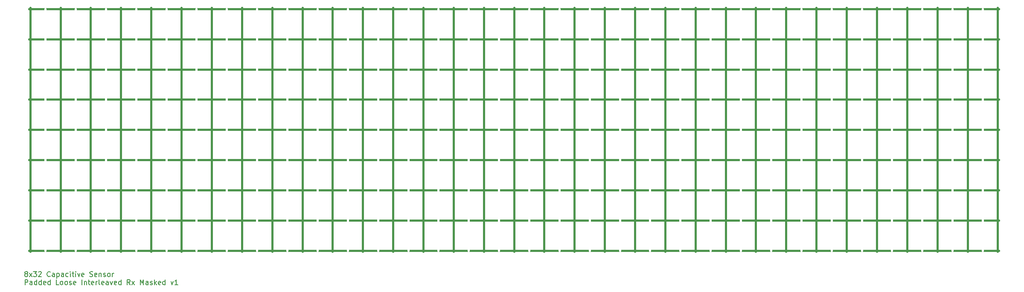
<source format=gto>
G04 #@! TF.GenerationSoftware,KiCad,Pcbnew,6.0.8+dfsg-1~bpo11+1*
G04 #@! TF.CreationDate,2023-06-19T09:59:53-04:00*
G04 #@! TF.ProjectId,08_padded_interleaved_loose,30385f70-6164-4646-9564-5f696e746572,rev?*
G04 #@! TF.SameCoordinates,Original*
G04 #@! TF.FileFunction,Legend,Top*
G04 #@! TF.FilePolarity,Positive*
%FSLAX46Y46*%
G04 Gerber Fmt 4.6, Leading zero omitted, Abs format (unit mm)*
G04 Created by KiCad (PCBNEW 6.0.8+dfsg-1~bpo11+1) date 2023-06-19 09:59:53*
%MOMM*%
%LPD*%
G01*
G04 APERTURE LIST*
%ADD10C,0.150000*%
%ADD11C,0.400000*%
G04 APERTURE END LIST*
D10*
X62253452Y-108650952D02*
X62158214Y-108603333D01*
X62110595Y-108555714D01*
X62062976Y-108460476D01*
X62062976Y-108412857D01*
X62110595Y-108317619D01*
X62158214Y-108270000D01*
X62253452Y-108222380D01*
X62443928Y-108222380D01*
X62539166Y-108270000D01*
X62586785Y-108317619D01*
X62634404Y-108412857D01*
X62634404Y-108460476D01*
X62586785Y-108555714D01*
X62539166Y-108603333D01*
X62443928Y-108650952D01*
X62253452Y-108650952D01*
X62158214Y-108698571D01*
X62110595Y-108746190D01*
X62062976Y-108841428D01*
X62062976Y-109031904D01*
X62110595Y-109127142D01*
X62158214Y-109174761D01*
X62253452Y-109222380D01*
X62443928Y-109222380D01*
X62539166Y-109174761D01*
X62586785Y-109127142D01*
X62634404Y-109031904D01*
X62634404Y-108841428D01*
X62586785Y-108746190D01*
X62539166Y-108698571D01*
X62443928Y-108650952D01*
X62967738Y-109222380D02*
X63491547Y-108555714D01*
X62967738Y-108555714D02*
X63491547Y-109222380D01*
X63777261Y-108222380D02*
X64396309Y-108222380D01*
X64062976Y-108603333D01*
X64205833Y-108603333D01*
X64301071Y-108650952D01*
X64348690Y-108698571D01*
X64396309Y-108793809D01*
X64396309Y-109031904D01*
X64348690Y-109127142D01*
X64301071Y-109174761D01*
X64205833Y-109222380D01*
X63920119Y-109222380D01*
X63824880Y-109174761D01*
X63777261Y-109127142D01*
X64777261Y-108317619D02*
X64824880Y-108270000D01*
X64920119Y-108222380D01*
X65158214Y-108222380D01*
X65253452Y-108270000D01*
X65301071Y-108317619D01*
X65348690Y-108412857D01*
X65348690Y-108508095D01*
X65301071Y-108650952D01*
X64729642Y-109222380D01*
X65348690Y-109222380D01*
X67110595Y-109127142D02*
X67062976Y-109174761D01*
X66920119Y-109222380D01*
X66824880Y-109222380D01*
X66682023Y-109174761D01*
X66586785Y-109079523D01*
X66539166Y-108984285D01*
X66491547Y-108793809D01*
X66491547Y-108650952D01*
X66539166Y-108460476D01*
X66586785Y-108365238D01*
X66682023Y-108270000D01*
X66824880Y-108222380D01*
X66920119Y-108222380D01*
X67062976Y-108270000D01*
X67110595Y-108317619D01*
X67967738Y-109222380D02*
X67967738Y-108698571D01*
X67920119Y-108603333D01*
X67824880Y-108555714D01*
X67634404Y-108555714D01*
X67539166Y-108603333D01*
X67967738Y-109174761D02*
X67872500Y-109222380D01*
X67634404Y-109222380D01*
X67539166Y-109174761D01*
X67491547Y-109079523D01*
X67491547Y-108984285D01*
X67539166Y-108889047D01*
X67634404Y-108841428D01*
X67872500Y-108841428D01*
X67967738Y-108793809D01*
X68443928Y-108555714D02*
X68443928Y-109555714D01*
X68443928Y-108603333D02*
X68539166Y-108555714D01*
X68729642Y-108555714D01*
X68824880Y-108603333D01*
X68872500Y-108650952D01*
X68920119Y-108746190D01*
X68920119Y-109031904D01*
X68872500Y-109127142D01*
X68824880Y-109174761D01*
X68729642Y-109222380D01*
X68539166Y-109222380D01*
X68443928Y-109174761D01*
X69777261Y-109222380D02*
X69777261Y-108698571D01*
X69729642Y-108603333D01*
X69634404Y-108555714D01*
X69443928Y-108555714D01*
X69348690Y-108603333D01*
X69777261Y-109174761D02*
X69682023Y-109222380D01*
X69443928Y-109222380D01*
X69348690Y-109174761D01*
X69301071Y-109079523D01*
X69301071Y-108984285D01*
X69348690Y-108889047D01*
X69443928Y-108841428D01*
X69682023Y-108841428D01*
X69777261Y-108793809D01*
X70682023Y-109174761D02*
X70586785Y-109222380D01*
X70396309Y-109222380D01*
X70301071Y-109174761D01*
X70253452Y-109127142D01*
X70205833Y-109031904D01*
X70205833Y-108746190D01*
X70253452Y-108650952D01*
X70301071Y-108603333D01*
X70396309Y-108555714D01*
X70586785Y-108555714D01*
X70682023Y-108603333D01*
X71110595Y-109222380D02*
X71110595Y-108555714D01*
X71110595Y-108222380D02*
X71062976Y-108270000D01*
X71110595Y-108317619D01*
X71158214Y-108270000D01*
X71110595Y-108222380D01*
X71110595Y-108317619D01*
X71443928Y-108555714D02*
X71824880Y-108555714D01*
X71586785Y-108222380D02*
X71586785Y-109079523D01*
X71634404Y-109174761D01*
X71729642Y-109222380D01*
X71824880Y-109222380D01*
X72158214Y-109222380D02*
X72158214Y-108555714D01*
X72158214Y-108222380D02*
X72110595Y-108270000D01*
X72158214Y-108317619D01*
X72205833Y-108270000D01*
X72158214Y-108222380D01*
X72158214Y-108317619D01*
X72539166Y-108555714D02*
X72777261Y-109222380D01*
X73015357Y-108555714D01*
X73777261Y-109174761D02*
X73682023Y-109222380D01*
X73491547Y-109222380D01*
X73396309Y-109174761D01*
X73348690Y-109079523D01*
X73348690Y-108698571D01*
X73396309Y-108603333D01*
X73491547Y-108555714D01*
X73682023Y-108555714D01*
X73777261Y-108603333D01*
X73824880Y-108698571D01*
X73824880Y-108793809D01*
X73348690Y-108889047D01*
X74967738Y-109174761D02*
X75110595Y-109222380D01*
X75348690Y-109222380D01*
X75443928Y-109174761D01*
X75491547Y-109127142D01*
X75539166Y-109031904D01*
X75539166Y-108936666D01*
X75491547Y-108841428D01*
X75443928Y-108793809D01*
X75348690Y-108746190D01*
X75158214Y-108698571D01*
X75062976Y-108650952D01*
X75015357Y-108603333D01*
X74967738Y-108508095D01*
X74967738Y-108412857D01*
X75015357Y-108317619D01*
X75062976Y-108270000D01*
X75158214Y-108222380D01*
X75396309Y-108222380D01*
X75539166Y-108270000D01*
X76348690Y-109174761D02*
X76253452Y-109222380D01*
X76062976Y-109222380D01*
X75967738Y-109174761D01*
X75920119Y-109079523D01*
X75920119Y-108698571D01*
X75967738Y-108603333D01*
X76062976Y-108555714D01*
X76253452Y-108555714D01*
X76348690Y-108603333D01*
X76396309Y-108698571D01*
X76396309Y-108793809D01*
X75920119Y-108889047D01*
X76824880Y-108555714D02*
X76824880Y-109222380D01*
X76824880Y-108650952D02*
X76872500Y-108603333D01*
X76967738Y-108555714D01*
X77110595Y-108555714D01*
X77205833Y-108603333D01*
X77253452Y-108698571D01*
X77253452Y-109222380D01*
X77682023Y-109174761D02*
X77777261Y-109222380D01*
X77967738Y-109222380D01*
X78062976Y-109174761D01*
X78110595Y-109079523D01*
X78110595Y-109031904D01*
X78062976Y-108936666D01*
X77967738Y-108889047D01*
X77824880Y-108889047D01*
X77729642Y-108841428D01*
X77682023Y-108746190D01*
X77682023Y-108698571D01*
X77729642Y-108603333D01*
X77824880Y-108555714D01*
X77967738Y-108555714D01*
X78062976Y-108603333D01*
X78682023Y-109222380D02*
X78586785Y-109174761D01*
X78539166Y-109127142D01*
X78491547Y-109031904D01*
X78491547Y-108746190D01*
X78539166Y-108650952D01*
X78586785Y-108603333D01*
X78682023Y-108555714D01*
X78824880Y-108555714D01*
X78920119Y-108603333D01*
X78967738Y-108650952D01*
X79015357Y-108746190D01*
X79015357Y-109031904D01*
X78967738Y-109127142D01*
X78920119Y-109174761D01*
X78824880Y-109222380D01*
X78682023Y-109222380D01*
X79443928Y-109222380D02*
X79443928Y-108555714D01*
X79443928Y-108746190D02*
X79491547Y-108650952D01*
X79539166Y-108603333D01*
X79634404Y-108555714D01*
X79729642Y-108555714D01*
X62110595Y-110832380D02*
X62110595Y-109832380D01*
X62491547Y-109832380D01*
X62586785Y-109880000D01*
X62634404Y-109927619D01*
X62682023Y-110022857D01*
X62682023Y-110165714D01*
X62634404Y-110260952D01*
X62586785Y-110308571D01*
X62491547Y-110356190D01*
X62110595Y-110356190D01*
X63539166Y-110832380D02*
X63539166Y-110308571D01*
X63491547Y-110213333D01*
X63396309Y-110165714D01*
X63205833Y-110165714D01*
X63110595Y-110213333D01*
X63539166Y-110784761D02*
X63443928Y-110832380D01*
X63205833Y-110832380D01*
X63110595Y-110784761D01*
X63062976Y-110689523D01*
X63062976Y-110594285D01*
X63110595Y-110499047D01*
X63205833Y-110451428D01*
X63443928Y-110451428D01*
X63539166Y-110403809D01*
X64443928Y-110832380D02*
X64443928Y-109832380D01*
X64443928Y-110784761D02*
X64348690Y-110832380D01*
X64158214Y-110832380D01*
X64062976Y-110784761D01*
X64015357Y-110737142D01*
X63967738Y-110641904D01*
X63967738Y-110356190D01*
X64015357Y-110260952D01*
X64062976Y-110213333D01*
X64158214Y-110165714D01*
X64348690Y-110165714D01*
X64443928Y-110213333D01*
X65348690Y-110832380D02*
X65348690Y-109832380D01*
X65348690Y-110784761D02*
X65253452Y-110832380D01*
X65062976Y-110832380D01*
X64967738Y-110784761D01*
X64920119Y-110737142D01*
X64872500Y-110641904D01*
X64872500Y-110356190D01*
X64920119Y-110260952D01*
X64967738Y-110213333D01*
X65062976Y-110165714D01*
X65253452Y-110165714D01*
X65348690Y-110213333D01*
X66205833Y-110784761D02*
X66110595Y-110832380D01*
X65920119Y-110832380D01*
X65824880Y-110784761D01*
X65777261Y-110689523D01*
X65777261Y-110308571D01*
X65824880Y-110213333D01*
X65920119Y-110165714D01*
X66110595Y-110165714D01*
X66205833Y-110213333D01*
X66253452Y-110308571D01*
X66253452Y-110403809D01*
X65777261Y-110499047D01*
X67110595Y-110832380D02*
X67110595Y-109832380D01*
X67110595Y-110784761D02*
X67015357Y-110832380D01*
X66824880Y-110832380D01*
X66729642Y-110784761D01*
X66682023Y-110737142D01*
X66634404Y-110641904D01*
X66634404Y-110356190D01*
X66682023Y-110260952D01*
X66729642Y-110213333D01*
X66824880Y-110165714D01*
X67015357Y-110165714D01*
X67110595Y-110213333D01*
X68824880Y-110832380D02*
X68348690Y-110832380D01*
X68348690Y-109832380D01*
X69301071Y-110832380D02*
X69205833Y-110784761D01*
X69158214Y-110737142D01*
X69110595Y-110641904D01*
X69110595Y-110356190D01*
X69158214Y-110260952D01*
X69205833Y-110213333D01*
X69301071Y-110165714D01*
X69443928Y-110165714D01*
X69539166Y-110213333D01*
X69586785Y-110260952D01*
X69634404Y-110356190D01*
X69634404Y-110641904D01*
X69586785Y-110737142D01*
X69539166Y-110784761D01*
X69443928Y-110832380D01*
X69301071Y-110832380D01*
X70205833Y-110832380D02*
X70110595Y-110784761D01*
X70062976Y-110737142D01*
X70015357Y-110641904D01*
X70015357Y-110356190D01*
X70062976Y-110260952D01*
X70110595Y-110213333D01*
X70205833Y-110165714D01*
X70348690Y-110165714D01*
X70443928Y-110213333D01*
X70491547Y-110260952D01*
X70539166Y-110356190D01*
X70539166Y-110641904D01*
X70491547Y-110737142D01*
X70443928Y-110784761D01*
X70348690Y-110832380D01*
X70205833Y-110832380D01*
X70920119Y-110784761D02*
X71015357Y-110832380D01*
X71205833Y-110832380D01*
X71301071Y-110784761D01*
X71348690Y-110689523D01*
X71348690Y-110641904D01*
X71301071Y-110546666D01*
X71205833Y-110499047D01*
X71062976Y-110499047D01*
X70967738Y-110451428D01*
X70920119Y-110356190D01*
X70920119Y-110308571D01*
X70967738Y-110213333D01*
X71062976Y-110165714D01*
X71205833Y-110165714D01*
X71301071Y-110213333D01*
X72158214Y-110784761D02*
X72062976Y-110832380D01*
X71872500Y-110832380D01*
X71777261Y-110784761D01*
X71729642Y-110689523D01*
X71729642Y-110308571D01*
X71777261Y-110213333D01*
X71872500Y-110165714D01*
X72062976Y-110165714D01*
X72158214Y-110213333D01*
X72205833Y-110308571D01*
X72205833Y-110403809D01*
X71729642Y-110499047D01*
X73396309Y-110832380D02*
X73396309Y-109832380D01*
X73872500Y-110165714D02*
X73872500Y-110832380D01*
X73872500Y-110260952D02*
X73920119Y-110213333D01*
X74015357Y-110165714D01*
X74158214Y-110165714D01*
X74253452Y-110213333D01*
X74301071Y-110308571D01*
X74301071Y-110832380D01*
X74634404Y-110165714D02*
X75015357Y-110165714D01*
X74777261Y-109832380D02*
X74777261Y-110689523D01*
X74824880Y-110784761D01*
X74920119Y-110832380D01*
X75015357Y-110832380D01*
X75729642Y-110784761D02*
X75634404Y-110832380D01*
X75443928Y-110832380D01*
X75348690Y-110784761D01*
X75301071Y-110689523D01*
X75301071Y-110308571D01*
X75348690Y-110213333D01*
X75443928Y-110165714D01*
X75634404Y-110165714D01*
X75729642Y-110213333D01*
X75777261Y-110308571D01*
X75777261Y-110403809D01*
X75301071Y-110499047D01*
X76205833Y-110832380D02*
X76205833Y-110165714D01*
X76205833Y-110356190D02*
X76253452Y-110260952D01*
X76301071Y-110213333D01*
X76396309Y-110165714D01*
X76491547Y-110165714D01*
X76967738Y-110832380D02*
X76872500Y-110784761D01*
X76824880Y-110689523D01*
X76824880Y-109832380D01*
X77729642Y-110784761D02*
X77634404Y-110832380D01*
X77443928Y-110832380D01*
X77348690Y-110784761D01*
X77301071Y-110689523D01*
X77301071Y-110308571D01*
X77348690Y-110213333D01*
X77443928Y-110165714D01*
X77634404Y-110165714D01*
X77729642Y-110213333D01*
X77777261Y-110308571D01*
X77777261Y-110403809D01*
X77301071Y-110499047D01*
X78634404Y-110832380D02*
X78634404Y-110308571D01*
X78586785Y-110213333D01*
X78491547Y-110165714D01*
X78301071Y-110165714D01*
X78205833Y-110213333D01*
X78634404Y-110784761D02*
X78539166Y-110832380D01*
X78301071Y-110832380D01*
X78205833Y-110784761D01*
X78158214Y-110689523D01*
X78158214Y-110594285D01*
X78205833Y-110499047D01*
X78301071Y-110451428D01*
X78539166Y-110451428D01*
X78634404Y-110403809D01*
X79015357Y-110165714D02*
X79253452Y-110832380D01*
X79491547Y-110165714D01*
X80253452Y-110784761D02*
X80158214Y-110832380D01*
X79967738Y-110832380D01*
X79872500Y-110784761D01*
X79824880Y-110689523D01*
X79824880Y-110308571D01*
X79872500Y-110213333D01*
X79967738Y-110165714D01*
X80158214Y-110165714D01*
X80253452Y-110213333D01*
X80301071Y-110308571D01*
X80301071Y-110403809D01*
X79824880Y-110499047D01*
X81158214Y-110832380D02*
X81158214Y-109832380D01*
X81158214Y-110784761D02*
X81062976Y-110832380D01*
X80872500Y-110832380D01*
X80777261Y-110784761D01*
X80729642Y-110737142D01*
X80682023Y-110641904D01*
X80682023Y-110356190D01*
X80729642Y-110260952D01*
X80777261Y-110213333D01*
X80872500Y-110165714D01*
X81062976Y-110165714D01*
X81158214Y-110213333D01*
X82967738Y-110832380D02*
X82634404Y-110356190D01*
X82396309Y-110832380D02*
X82396309Y-109832380D01*
X82777261Y-109832380D01*
X82872500Y-109880000D01*
X82920119Y-109927619D01*
X82967738Y-110022857D01*
X82967738Y-110165714D01*
X82920119Y-110260952D01*
X82872500Y-110308571D01*
X82777261Y-110356190D01*
X82396309Y-110356190D01*
X83301071Y-110832380D02*
X83824880Y-110165714D01*
X83301071Y-110165714D02*
X83824880Y-110832380D01*
X84967738Y-110832380D02*
X84967738Y-109832380D01*
X85301071Y-110546666D01*
X85634404Y-109832380D01*
X85634404Y-110832380D01*
X86539166Y-110832380D02*
X86539166Y-110308571D01*
X86491547Y-110213333D01*
X86396309Y-110165714D01*
X86205833Y-110165714D01*
X86110595Y-110213333D01*
X86539166Y-110784761D02*
X86443928Y-110832380D01*
X86205833Y-110832380D01*
X86110595Y-110784761D01*
X86062976Y-110689523D01*
X86062976Y-110594285D01*
X86110595Y-110499047D01*
X86205833Y-110451428D01*
X86443928Y-110451428D01*
X86539166Y-110403809D01*
X86967738Y-110784761D02*
X87062976Y-110832380D01*
X87253452Y-110832380D01*
X87348690Y-110784761D01*
X87396309Y-110689523D01*
X87396309Y-110641904D01*
X87348690Y-110546666D01*
X87253452Y-110499047D01*
X87110595Y-110499047D01*
X87015357Y-110451428D01*
X86967738Y-110356190D01*
X86967738Y-110308571D01*
X87015357Y-110213333D01*
X87110595Y-110165714D01*
X87253452Y-110165714D01*
X87348690Y-110213333D01*
X87824880Y-110832380D02*
X87824880Y-109832380D01*
X87920119Y-110451428D02*
X88205833Y-110832380D01*
X88205833Y-110165714D02*
X87824880Y-110546666D01*
X89015357Y-110784761D02*
X88920119Y-110832380D01*
X88729642Y-110832380D01*
X88634404Y-110784761D01*
X88586785Y-110689523D01*
X88586785Y-110308571D01*
X88634404Y-110213333D01*
X88729642Y-110165714D01*
X88920119Y-110165714D01*
X89015357Y-110213333D01*
X89062976Y-110308571D01*
X89062976Y-110403809D01*
X88586785Y-110499047D01*
X89920119Y-110832380D02*
X89920119Y-109832380D01*
X89920119Y-110784761D02*
X89824880Y-110832380D01*
X89634404Y-110832380D01*
X89539166Y-110784761D01*
X89491547Y-110737142D01*
X89443928Y-110641904D01*
X89443928Y-110356190D01*
X89491547Y-110260952D01*
X89539166Y-110213333D01*
X89634404Y-110165714D01*
X89824880Y-110165714D01*
X89920119Y-110213333D01*
X91062976Y-110165714D02*
X91301071Y-110832380D01*
X91539166Y-110165714D01*
X92443928Y-110832380D02*
X91872499Y-110832380D01*
X92158214Y-110832380D02*
X92158214Y-109832380D01*
X92062976Y-109975238D01*
X91967738Y-110070476D01*
X91872499Y-110118095D01*
D11*
X135135000Y-55855000D02*
X135135000Y-104255000D01*
X75135000Y-55855000D02*
X75135000Y-104255000D01*
X219135000Y-55855000D02*
X219135000Y-104255000D01*
X231135000Y-55855000D02*
X231135000Y-104255000D01*
X62935000Y-68055000D02*
X255335000Y-68055000D01*
X255135000Y-55855000D02*
X255135000Y-104255000D01*
X147135000Y-55855000D02*
X147135000Y-104255000D01*
X177135000Y-55855000D02*
X177135000Y-104255000D01*
X165135000Y-55855000D02*
X165135000Y-104255000D01*
X62935000Y-62055000D02*
X255335000Y-62055000D01*
X123135000Y-55855000D02*
X123135000Y-104255000D01*
X237135000Y-55855000D02*
X237135000Y-104255000D01*
X62935000Y-92055000D02*
X255335000Y-92055000D01*
X62935000Y-98055000D02*
X255335000Y-98055000D01*
X159135000Y-55855000D02*
X159135000Y-104255000D01*
X183135000Y-55855000D02*
X183135000Y-104255000D01*
X207135000Y-55855000D02*
X207135000Y-104255000D01*
X81135000Y-55855000D02*
X81135000Y-104255000D01*
X105135000Y-55855000D02*
X105135000Y-104255000D01*
X111135000Y-55855000D02*
X111135000Y-104255000D01*
X243135000Y-55855000D02*
X243135000Y-104255000D01*
X87135000Y-55855000D02*
X87135000Y-104255000D01*
X201135000Y-55855000D02*
X201135000Y-104255000D01*
X62935000Y-104055000D02*
X255335000Y-104055000D01*
X62935000Y-86055000D02*
X255335000Y-86055000D01*
X195135000Y-55855000D02*
X195135000Y-104255000D01*
X62935000Y-74055000D02*
X255335000Y-74055000D01*
X189135000Y-55855000D02*
X189135000Y-104255000D01*
X213135000Y-55855000D02*
X213135000Y-104255000D01*
X249135000Y-55855000D02*
X249135000Y-104255000D01*
X225135000Y-55855000D02*
X225135000Y-104255000D01*
X69135000Y-55855000D02*
X69135000Y-104255000D01*
X63135000Y-55855000D02*
X63135000Y-104255000D01*
X141135000Y-55855000D02*
X141135000Y-104255000D01*
X62935000Y-56055000D02*
X255335000Y-56055000D01*
X99135000Y-55855000D02*
X99135000Y-104255000D01*
X117135000Y-55855000D02*
X117135000Y-104255000D01*
X153135000Y-55855000D02*
X153135000Y-104255000D01*
X93135000Y-55855000D02*
X93135000Y-104255000D01*
X129135000Y-55855000D02*
X129135000Y-104255000D01*
X62935000Y-80055000D02*
X255335000Y-80055000D01*
X171135000Y-55855000D02*
X171135000Y-104255000D01*
%LPC*%
X220801667Y-73055000D02*
X223468333Y-73055000D01*
X106801667Y-73055000D02*
X109468333Y-73055000D01*
X250801667Y-59721667D02*
X253468333Y-59721667D01*
X106801667Y-59721667D02*
X109468333Y-59721667D01*
X142801667Y-82388333D02*
X145468333Y-82388333D01*
X100801667Y-94388333D02*
X103468333Y-94388333D01*
X166801667Y-58388333D02*
X169468333Y-58388333D01*
X112801667Y-69055000D02*
X115468333Y-69055000D01*
X178801667Y-59721667D02*
X181468333Y-59721667D01*
X166801667Y-87055000D02*
X169468333Y-87055000D01*
X238801667Y-87055000D02*
X241468333Y-87055000D01*
X160801667Y-97055000D02*
X163468333Y-97055000D01*
X232801667Y-79055000D02*
X235468333Y-79055000D01*
X100801667Y-99055000D02*
X103468333Y-99055000D01*
X70801667Y-82388333D02*
X73468333Y-82388333D01*
X96135000Y-56055000D02*
X96135000Y-104055000D01*
X208801667Y-59721667D02*
X211468333Y-59721667D01*
X130801667Y-81055000D02*
X133468333Y-81055000D01*
X196801667Y-99055000D02*
X199468333Y-99055000D01*
X178801667Y-77721667D02*
X181468333Y-77721667D01*
X106801667Y-94388333D02*
X109468333Y-94388333D01*
X94801667Y-99055000D02*
X97468333Y-99055000D01*
X250801667Y-73055000D02*
X253468333Y-73055000D01*
X82801667Y-88388333D02*
X85468333Y-88388333D01*
X238801667Y-69055000D02*
X241468333Y-69055000D01*
X220801667Y-103055000D02*
X223468333Y-103055000D01*
X76801667Y-61055000D02*
X79468333Y-61055000D01*
X238801667Y-100388333D02*
X241468333Y-100388333D01*
X190801667Y-61055000D02*
X193468333Y-61055000D01*
X202801667Y-63055000D02*
X205468333Y-63055000D01*
X118801667Y-65721667D02*
X121468333Y-65721667D01*
X160801667Y-65721667D02*
X163468333Y-65721667D01*
X238801667Y-77721667D02*
X241468333Y-77721667D01*
X160801667Y-100388333D02*
X163468333Y-100388333D01*
X250801667Y-82388333D02*
X253468333Y-82388333D01*
X220801667Y-76388333D02*
X223468333Y-76388333D01*
X94801667Y-89721667D02*
X97468333Y-89721667D01*
X136801667Y-94388333D02*
X139468333Y-94388333D01*
X88801667Y-103055000D02*
X91468333Y-103055000D01*
X130801667Y-99055000D02*
X133468333Y-99055000D01*
X132135000Y-56055000D02*
X132135000Y-104055000D01*
X76801667Y-103055000D02*
X79468333Y-103055000D01*
X190801667Y-99055000D02*
X193468333Y-99055000D01*
X190801667Y-88388333D02*
X193468333Y-88388333D01*
X70801667Y-61055000D02*
X73468333Y-61055000D01*
X64801667Y-65721667D02*
X67468333Y-65721667D01*
X250801667Y-75055000D02*
X253468333Y-75055000D01*
X94801667Y-61055000D02*
X97468333Y-61055000D01*
X184801667Y-94388333D02*
X187468333Y-94388333D01*
X250801667Y-91055000D02*
X253468333Y-91055000D01*
X160801667Y-76388333D02*
X163468333Y-76388333D01*
X112801667Y-57055000D02*
X115468333Y-57055000D01*
X148801667Y-101721667D02*
X151468333Y-101721667D01*
X172801667Y-73055000D02*
X175468333Y-73055000D01*
X190801667Y-100388333D02*
X193468333Y-100388333D01*
X250801667Y-87055000D02*
X253468333Y-87055000D01*
X142801667Y-65721667D02*
X145468333Y-65721667D01*
X172801667Y-85055000D02*
X175468333Y-85055000D01*
X162135000Y-56055000D02*
X162135000Y-104055000D01*
X190801667Y-85055000D02*
X193468333Y-85055000D01*
X208801667Y-76388333D02*
X211468333Y-76388333D01*
X238801667Y-67055000D02*
X241468333Y-67055000D01*
X130801667Y-101721667D02*
X133468333Y-101721667D01*
X76801667Y-85055000D02*
X79468333Y-85055000D01*
X166801667Y-99055000D02*
X169468333Y-99055000D01*
X190801667Y-103055000D02*
X193468333Y-103055000D01*
X184801667Y-99055000D02*
X187468333Y-99055000D01*
X72135000Y-56055000D02*
X72135000Y-104055000D01*
X250801667Y-67055000D02*
X253468333Y-67055000D01*
X70801667Y-103055000D02*
X73468333Y-103055000D01*
X178801667Y-79055000D02*
X181468333Y-79055000D01*
X100801667Y-67055000D02*
X103468333Y-67055000D01*
X82801667Y-89721667D02*
X85468333Y-89721667D01*
X124801667Y-61055000D02*
X127468333Y-61055000D01*
X244801667Y-64388333D02*
X247468333Y-64388333D01*
X70801667Y-101721667D02*
X73468333Y-101721667D01*
X124801667Y-73055000D02*
X127468333Y-73055000D01*
X184801667Y-64388333D02*
X187468333Y-64388333D01*
X208801667Y-85055000D02*
X211468333Y-85055000D01*
X64801667Y-61055000D02*
X67468333Y-61055000D01*
X244801667Y-76388333D02*
X247468333Y-76388333D01*
X112801667Y-58388333D02*
X115468333Y-58388333D01*
X184801667Y-70388333D02*
X187468333Y-70388333D01*
X82801667Y-87055000D02*
X85468333Y-87055000D01*
X154801667Y-100388333D02*
X157468333Y-100388333D01*
X196801667Y-79055000D02*
X199468333Y-79055000D01*
X136801667Y-82388333D02*
X139468333Y-82388333D01*
X232801667Y-97055000D02*
X235468333Y-97055000D01*
X76801667Y-94388333D02*
X79468333Y-94388333D01*
X94801667Y-67055000D02*
X97468333Y-67055000D01*
X124801667Y-95721667D02*
X127468333Y-95721667D01*
X118801667Y-59721667D02*
X121468333Y-59721667D01*
X154801667Y-83721667D02*
X157468333Y-83721667D01*
X160801667Y-85055000D02*
X163468333Y-85055000D01*
X196801667Y-91055000D02*
X199468333Y-91055000D01*
X136801667Y-69055000D02*
X139468333Y-69055000D01*
X100801667Y-59721667D02*
X103468333Y-59721667D01*
X238801667Y-65721667D02*
X241468333Y-65721667D01*
X70801667Y-77721667D02*
X73468333Y-77721667D01*
X64801667Y-67055000D02*
X67468333Y-67055000D01*
X178801667Y-85055000D02*
X181468333Y-85055000D01*
X214801667Y-87055000D02*
X217468333Y-87055000D01*
X208801667Y-89721667D02*
X211468333Y-89721667D01*
X124801667Y-87055000D02*
X127468333Y-87055000D01*
X166801667Y-83721667D02*
X169468333Y-83721667D01*
X76801667Y-65721667D02*
X79468333Y-65721667D01*
X70801667Y-79055000D02*
X73468333Y-79055000D01*
X190801667Y-82388333D02*
X193468333Y-82388333D01*
X178801667Y-100388333D02*
X181468333Y-100388333D01*
X208801667Y-69055000D02*
X211468333Y-69055000D01*
X214801667Y-61055000D02*
X217468333Y-61055000D01*
X142801667Y-79055000D02*
X145468333Y-79055000D01*
X118801667Y-87055000D02*
X121468333Y-87055000D01*
X238801667Y-93055000D02*
X241468333Y-93055000D01*
X154801667Y-99055000D02*
X157468333Y-99055000D01*
X148801667Y-99055000D02*
X151468333Y-99055000D01*
X88801667Y-94388333D02*
X91468333Y-94388333D01*
X124801667Y-59721667D02*
X127468333Y-59721667D01*
X214801667Y-73055000D02*
X217468333Y-73055000D01*
X78135000Y-56055000D02*
X78135000Y-104055000D01*
X244801667Y-91055000D02*
X247468333Y-91055000D01*
X82801667Y-100388333D02*
X85468333Y-100388333D01*
X178801667Y-63055000D02*
X181468333Y-63055000D01*
X184801667Y-95721667D02*
X187468333Y-95721667D01*
X184801667Y-100388333D02*
X187468333Y-100388333D01*
X142801667Y-97055000D02*
X145468333Y-97055000D01*
X106801667Y-89721667D02*
X109468333Y-89721667D01*
X136801667Y-100388333D02*
X139468333Y-100388333D01*
X238801667Y-57055000D02*
X241468333Y-57055000D01*
X130801667Y-75055000D02*
X133468333Y-75055000D01*
X100801667Y-85055000D02*
X103468333Y-85055000D01*
X100801667Y-73055000D02*
X103468333Y-73055000D01*
X214801667Y-77721667D02*
X217468333Y-77721667D01*
X154801667Y-103055000D02*
X157468333Y-103055000D01*
X148801667Y-87055000D02*
X151468333Y-87055000D01*
X154801667Y-71721667D02*
X157468333Y-71721667D01*
X64801667Y-87055000D02*
X67468333Y-87055000D01*
X148801667Y-58388333D02*
X151468333Y-58388333D01*
X76801667Y-70388333D02*
X79468333Y-70388333D01*
X220801667Y-57055000D02*
X223468333Y-57055000D01*
X220801667Y-67055000D02*
X223468333Y-67055000D01*
X136801667Y-91055000D02*
X139468333Y-91055000D01*
X202801667Y-65721667D02*
X205468333Y-65721667D01*
X238801667Y-61055000D02*
X241468333Y-61055000D01*
X196801667Y-81055000D02*
X199468333Y-81055000D01*
X64801667Y-85055000D02*
X67468333Y-85055000D01*
X232801667Y-69055000D02*
X235468333Y-69055000D01*
X196801667Y-95721667D02*
X199468333Y-95721667D01*
X232801667Y-87055000D02*
X235468333Y-87055000D01*
X154801667Y-61055000D02*
X157468333Y-61055000D01*
X130801667Y-79055000D02*
X133468333Y-79055000D01*
X174135000Y-56055000D02*
X174135000Y-104055000D01*
X124801667Y-101721667D02*
X127468333Y-101721667D01*
X196801667Y-94388333D02*
X199468333Y-94388333D01*
X142801667Y-73055000D02*
X145468333Y-73055000D01*
X64801667Y-94388333D02*
X67468333Y-94388333D01*
X148801667Y-97055000D02*
X151468333Y-97055000D01*
X184801667Y-79055000D02*
X187468333Y-79055000D01*
X94801667Y-59721667D02*
X97468333Y-59721667D01*
X244801667Y-101721667D02*
X247468333Y-101721667D01*
X232801667Y-82388333D02*
X235468333Y-82388333D01*
X154801667Y-67055000D02*
X157468333Y-67055000D01*
X136801667Y-93055000D02*
X139468333Y-93055000D01*
X136801667Y-88388333D02*
X139468333Y-88388333D01*
X88801667Y-85055000D02*
X91468333Y-85055000D01*
X244801667Y-70388333D02*
X247468333Y-70388333D01*
X250801667Y-58388333D02*
X253468333Y-58388333D01*
X250801667Y-70388333D02*
X253468333Y-70388333D01*
X70801667Y-87055000D02*
X73468333Y-87055000D01*
X82801667Y-95721667D02*
X85468333Y-95721667D01*
X214801667Y-81055000D02*
X217468333Y-81055000D01*
X112801667Y-85055000D02*
X115468333Y-85055000D01*
X82801667Y-99055000D02*
X85468333Y-99055000D01*
X100801667Y-89721667D02*
X103468333Y-89721667D01*
X118801667Y-70388333D02*
X121468333Y-70388333D01*
X244801667Y-71721667D02*
X247468333Y-71721667D01*
X136801667Y-73055000D02*
X139468333Y-73055000D01*
X184801667Y-97055000D02*
X187468333Y-97055000D01*
X100801667Y-58388333D02*
X103468333Y-58388333D01*
X142801667Y-103055000D02*
X145468333Y-103055000D01*
X82801667Y-67055000D02*
X85468333Y-67055000D01*
X160801667Y-91055000D02*
X163468333Y-91055000D01*
X184801667Y-75055000D02*
X187468333Y-75055000D01*
X64801667Y-103055000D02*
X67468333Y-103055000D01*
X94801667Y-63055000D02*
X97468333Y-63055000D01*
X238801667Y-75055000D02*
X241468333Y-75055000D01*
X94801667Y-97055000D02*
X97468333Y-97055000D01*
X196801667Y-100388333D02*
X199468333Y-100388333D01*
X238801667Y-70388333D02*
X241468333Y-70388333D01*
X148801667Y-85055000D02*
X151468333Y-85055000D01*
X130801667Y-89721667D02*
X133468333Y-89721667D01*
X192135000Y-56055000D02*
X192135000Y-104055000D01*
X142801667Y-89721667D02*
X145468333Y-89721667D01*
X234135000Y-56055000D02*
X234135000Y-104055000D01*
X166801667Y-101721667D02*
X169468333Y-101721667D01*
X172801667Y-58388333D02*
X175468333Y-58388333D01*
X184801667Y-101721667D02*
X187468333Y-101721667D01*
X154801667Y-59721667D02*
X157468333Y-59721667D01*
X88801667Y-59721667D02*
X91468333Y-59721667D01*
X226801667Y-63055000D02*
X229468333Y-63055000D01*
X124801667Y-100388333D02*
X127468333Y-100388333D01*
X142801667Y-95721667D02*
X145468333Y-95721667D01*
X142801667Y-88388333D02*
X145468333Y-88388333D01*
X232801667Y-95721667D02*
X235468333Y-95721667D01*
X154801667Y-87055000D02*
X157468333Y-87055000D01*
X106801667Y-67055000D02*
X109468333Y-67055000D01*
X124801667Y-79055000D02*
X127468333Y-79055000D01*
X232801667Y-81055000D02*
X235468333Y-81055000D01*
X76801667Y-82388333D02*
X79468333Y-82388333D01*
X136801667Y-63055000D02*
X139468333Y-63055000D01*
X160801667Y-94388333D02*
X163468333Y-94388333D01*
X144135000Y-56055000D02*
X144135000Y-104055000D01*
X94801667Y-76388333D02*
X97468333Y-76388333D01*
X202801667Y-101721667D02*
X205468333Y-101721667D01*
X130801667Y-67055000D02*
X133468333Y-67055000D01*
X214801667Y-76388333D02*
X217468333Y-76388333D01*
X100801667Y-100388333D02*
X103468333Y-100388333D01*
X70801667Y-100388333D02*
X73468333Y-100388333D01*
X190801667Y-87055000D02*
X193468333Y-87055000D01*
X94801667Y-94388333D02*
X97468333Y-94388333D01*
X88801667Y-63055000D02*
X91468333Y-63055000D01*
X250801667Y-97055000D02*
X253468333Y-97055000D01*
X184801667Y-65721667D02*
X187468333Y-65721667D01*
X202801667Y-77721667D02*
X205468333Y-77721667D01*
X250801667Y-57055000D02*
X253468333Y-57055000D01*
X130801667Y-70388333D02*
X133468333Y-70388333D01*
X204135000Y-56055000D02*
X204135000Y-104055000D01*
X76801667Y-67055000D02*
X79468333Y-67055000D01*
X184801667Y-76388333D02*
X187468333Y-76388333D01*
X160801667Y-64388333D02*
X163468333Y-64388333D01*
X106801667Y-77721667D02*
X109468333Y-77721667D01*
X106801667Y-99055000D02*
X109468333Y-99055000D01*
X148801667Y-61055000D02*
X151468333Y-61055000D01*
X130801667Y-94388333D02*
X133468333Y-94388333D01*
X178801667Y-91055000D02*
X181468333Y-91055000D01*
X82801667Y-57055000D02*
X85468333Y-57055000D01*
X184801667Y-63055000D02*
X187468333Y-63055000D01*
X208801667Y-75055000D02*
X211468333Y-75055000D01*
X244801667Y-77721667D02*
X247468333Y-77721667D01*
X222135000Y-56055000D02*
X222135000Y-104055000D01*
X166801667Y-76388333D02*
X169468333Y-76388333D01*
X88801667Y-73055000D02*
X91468333Y-73055000D01*
X106801667Y-93055000D02*
X109468333Y-93055000D01*
X142801667Y-100388333D02*
X145468333Y-100388333D01*
X238801667Y-71721667D02*
X241468333Y-71721667D01*
X160801667Y-58388333D02*
X163468333Y-58388333D01*
X166801667Y-88388333D02*
X169468333Y-88388333D01*
X214801667Y-57055000D02*
X217468333Y-57055000D01*
X124801667Y-65721667D02*
X127468333Y-65721667D01*
X226801667Y-64388333D02*
X229468333Y-64388333D01*
X202801667Y-61055000D02*
X205468333Y-61055000D01*
X94801667Y-70388333D02*
X97468333Y-70388333D01*
X208801667Y-64388333D02*
X211468333Y-64388333D01*
X130801667Y-64388333D02*
X133468333Y-64388333D01*
X172801667Y-95721667D02*
X175468333Y-95721667D01*
X220801667Y-70388333D02*
X223468333Y-70388333D01*
X244801667Y-57055000D02*
X247468333Y-57055000D01*
X76801667Y-93055000D02*
X79468333Y-93055000D01*
X208801667Y-91055000D02*
X211468333Y-91055000D01*
X124801667Y-71721667D02*
X127468333Y-71721667D01*
X64801667Y-76388333D02*
X67468333Y-76388333D01*
X120135000Y-56055000D02*
X120135000Y-104055000D01*
X166801667Y-100388333D02*
X169468333Y-100388333D01*
X166801667Y-93055000D02*
X169468333Y-93055000D01*
X214801667Y-67055000D02*
X217468333Y-67055000D01*
X142801667Y-91055000D02*
X145468333Y-91055000D01*
X166801667Y-103055000D02*
X169468333Y-103055000D01*
X244801667Y-65721667D02*
X247468333Y-65721667D01*
X112801667Y-95721667D02*
X115468333Y-95721667D01*
X64801667Y-83721667D02*
X67468333Y-83721667D01*
X126135000Y-56055000D02*
X126135000Y-104055000D01*
X190801667Y-67055000D02*
X193468333Y-67055000D01*
X76801667Y-63055000D02*
X79468333Y-63055000D01*
X202801667Y-59721667D02*
X205468333Y-59721667D01*
X64801667Y-91055000D02*
X67468333Y-91055000D01*
X100801667Y-61055000D02*
X103468333Y-61055000D01*
X100801667Y-75055000D02*
X103468333Y-75055000D01*
X226801667Y-83721667D02*
X229468333Y-83721667D01*
X250801667Y-83721667D02*
X253468333Y-83721667D01*
X228135000Y-56055000D02*
X228135000Y-104055000D01*
X160801667Y-59721667D02*
X163468333Y-59721667D01*
X220801667Y-95721667D02*
X223468333Y-95721667D01*
X100801667Y-95721667D02*
X103468333Y-95721667D01*
X142801667Y-76388333D02*
X145468333Y-76388333D01*
X160801667Y-93055000D02*
X163468333Y-93055000D01*
X64801667Y-59721667D02*
X67468333Y-59721667D01*
X208801667Y-97055000D02*
X211468333Y-97055000D01*
X190801667Y-91055000D02*
X193468333Y-91055000D01*
X106801667Y-82388333D02*
X109468333Y-82388333D01*
X154801667Y-64388333D02*
X157468333Y-64388333D01*
X238801667Y-97055000D02*
X241468333Y-97055000D01*
X180135000Y-56055000D02*
X180135000Y-104055000D01*
X142801667Y-83721667D02*
X145468333Y-83721667D01*
X118801667Y-81055000D02*
X121468333Y-81055000D01*
X70801667Y-89721667D02*
X73468333Y-89721667D01*
X226801667Y-93055000D02*
X229468333Y-93055000D01*
X142801667Y-75055000D02*
X145468333Y-75055000D01*
X214801667Y-65721667D02*
X217468333Y-65721667D01*
X184801667Y-81055000D02*
X187468333Y-81055000D01*
X220801667Y-87055000D02*
X223468333Y-87055000D01*
X172801667Y-103055000D02*
X175468333Y-103055000D01*
X66135000Y-56055000D02*
X66135000Y-104055000D01*
X88801667Y-64388333D02*
X91468333Y-64388333D01*
X250801667Y-79055000D02*
X253468333Y-79055000D01*
X238801667Y-76388333D02*
X241468333Y-76388333D01*
X226801667Y-61055000D02*
X229468333Y-61055000D01*
X190801667Y-76388333D02*
X193468333Y-76388333D01*
X172801667Y-75055000D02*
X175468333Y-75055000D01*
X202801667Y-70388333D02*
X205468333Y-70388333D01*
X252135000Y-56055000D02*
X252135000Y-104055000D01*
X148801667Y-100388333D02*
X151468333Y-100388333D01*
X220801667Y-93055000D02*
X223468333Y-93055000D01*
X118801667Y-71721667D02*
X121468333Y-71721667D01*
X220801667Y-99055000D02*
X223468333Y-99055000D01*
X226801667Y-89721667D02*
X229468333Y-89721667D01*
X226801667Y-76388333D02*
X229468333Y-76388333D01*
X160801667Y-63055000D02*
X163468333Y-63055000D01*
X70801667Y-81055000D02*
X73468333Y-81055000D01*
X178801667Y-99055000D02*
X181468333Y-99055000D01*
X100801667Y-70388333D02*
X103468333Y-70388333D01*
X136801667Y-76388333D02*
X139468333Y-76388333D01*
X64801667Y-81055000D02*
X67468333Y-81055000D01*
X88801667Y-88388333D02*
X91468333Y-88388333D01*
X112801667Y-70388333D02*
X115468333Y-70388333D01*
X184801667Y-85055000D02*
X187468333Y-85055000D01*
X112801667Y-63055000D02*
X115468333Y-63055000D01*
X112801667Y-64388333D02*
X115468333Y-64388333D01*
X124801667Y-76388333D02*
X127468333Y-76388333D01*
X232801667Y-71721667D02*
X235468333Y-71721667D01*
X142801667Y-94388333D02*
X145468333Y-94388333D01*
X124801667Y-57055000D02*
X127468333Y-57055000D01*
X190801667Y-83721667D02*
X193468333Y-83721667D01*
X184801667Y-67055000D02*
X187468333Y-67055000D01*
X112801667Y-89721667D02*
X115468333Y-89721667D01*
X214801667Y-59721667D02*
X217468333Y-59721667D01*
X184801667Y-103055000D02*
X187468333Y-103055000D01*
X196801667Y-89721667D02*
X199468333Y-89721667D01*
X160801667Y-75055000D02*
X163468333Y-75055000D01*
X70801667Y-58388333D02*
X73468333Y-58388333D01*
X190801667Y-93055000D02*
X193468333Y-93055000D01*
X172801667Y-76388333D02*
X175468333Y-76388333D01*
X220801667Y-94388333D02*
X223468333Y-94388333D01*
X88801667Y-77721667D02*
X91468333Y-77721667D01*
X220801667Y-75055000D02*
X223468333Y-75055000D01*
X82801667Y-93055000D02*
X85468333Y-93055000D01*
X64801667Y-89721667D02*
X67468333Y-89721667D01*
X184801667Y-93055000D02*
X187468333Y-93055000D01*
X166801667Y-82388333D02*
X169468333Y-82388333D01*
X160801667Y-61055000D02*
X163468333Y-61055000D01*
X226801667Y-59721667D02*
X229468333Y-59721667D01*
X106801667Y-88388333D02*
X109468333Y-88388333D01*
X220801667Y-64388333D02*
X223468333Y-64388333D01*
X220801667Y-63055000D02*
X223468333Y-63055000D01*
X178801667Y-97055000D02*
X181468333Y-97055000D01*
X172801667Y-93055000D02*
X175468333Y-93055000D01*
X106801667Y-101721667D02*
X109468333Y-101721667D01*
X202801667Y-71721667D02*
X205468333Y-71721667D01*
X130801667Y-95721667D02*
X133468333Y-95721667D01*
X244801667Y-58388333D02*
X247468333Y-58388333D01*
X202801667Y-91055000D02*
X205468333Y-91055000D01*
X118801667Y-88388333D02*
X121468333Y-88388333D01*
X76801667Y-58388333D02*
X79468333Y-58388333D01*
X142801667Y-67055000D02*
X145468333Y-67055000D01*
X184801667Y-59721667D02*
X187468333Y-59721667D01*
X238801667Y-95721667D02*
X241468333Y-95721667D01*
X172801667Y-71721667D02*
X175468333Y-71721667D01*
X148801667Y-93055000D02*
X151468333Y-93055000D01*
X112801667Y-59721667D02*
X115468333Y-59721667D01*
X172801667Y-64388333D02*
X175468333Y-64388333D01*
X136801667Y-61055000D02*
X139468333Y-61055000D01*
X160801667Y-87055000D02*
X163468333Y-87055000D01*
X154801667Y-65721667D02*
X157468333Y-65721667D01*
X130801667Y-57055000D02*
X133468333Y-57055000D01*
X64801667Y-58388333D02*
X67468333Y-58388333D01*
X142801667Y-71721667D02*
X145468333Y-71721667D01*
X238801667Y-81055000D02*
X241468333Y-81055000D01*
X106801667Y-70388333D02*
X109468333Y-70388333D01*
X136801667Y-58388333D02*
X139468333Y-58388333D01*
X118801667Y-77721667D02*
X121468333Y-77721667D01*
X238801667Y-99055000D02*
X241468333Y-99055000D01*
X160801667Y-69055000D02*
X163468333Y-69055000D01*
X136801667Y-70388333D02*
X139468333Y-70388333D01*
X154801667Y-70388333D02*
X157468333Y-70388333D01*
X130801667Y-77721667D02*
X133468333Y-77721667D01*
X240135000Y-56055000D02*
X240135000Y-104055000D01*
X124801667Y-75055000D02*
X127468333Y-75055000D01*
X238801667Y-58388333D02*
X241468333Y-58388333D01*
X196801667Y-58388333D02*
X199468333Y-58388333D01*
X136801667Y-57055000D02*
X139468333Y-57055000D01*
X184801667Y-58388333D02*
X187468333Y-58388333D01*
X94801667Y-87055000D02*
X97468333Y-87055000D01*
X196801667Y-75055000D02*
X199468333Y-75055000D01*
X94801667Y-73055000D02*
X97468333Y-73055000D01*
X190801667Y-97055000D02*
X193468333Y-97055000D01*
X154801667Y-58388333D02*
X157468333Y-58388333D01*
X232801667Y-73055000D02*
X235468333Y-73055000D01*
X202801667Y-97055000D02*
X205468333Y-97055000D01*
X178801667Y-95721667D02*
X181468333Y-95721667D01*
X250801667Y-85055000D02*
X253468333Y-85055000D01*
X130801667Y-93055000D02*
X133468333Y-93055000D01*
X250801667Y-94388333D02*
X253468333Y-94388333D01*
X244801667Y-85055000D02*
X247468333Y-85055000D01*
X100801667Y-65721667D02*
X103468333Y-65721667D01*
X124801667Y-82388333D02*
X127468333Y-82388333D01*
X100801667Y-88388333D02*
X103468333Y-88388333D01*
X136801667Y-77721667D02*
X139468333Y-77721667D01*
X184801667Y-89721667D02*
X187468333Y-89721667D01*
X226801667Y-82388333D02*
X229468333Y-82388333D01*
X172801667Y-83721667D02*
X175468333Y-83721667D01*
X208801667Y-67055000D02*
X211468333Y-67055000D01*
X250801667Y-100388333D02*
X253468333Y-100388333D01*
X196801667Y-93055000D02*
X199468333Y-93055000D01*
X136801667Y-85055000D02*
X139468333Y-85055000D01*
X190801667Y-58388333D02*
X193468333Y-58388333D01*
X100801667Y-57055000D02*
X103468333Y-57055000D01*
X118801667Y-73055000D02*
X121468333Y-73055000D01*
X148801667Y-88388333D02*
X151468333Y-88388333D01*
X232801667Y-76388333D02*
X235468333Y-76388333D01*
X226801667Y-67055000D02*
X229468333Y-67055000D01*
X112801667Y-97055000D02*
X115468333Y-97055000D01*
X112801667Y-73055000D02*
X115468333Y-73055000D01*
X160801667Y-101721667D02*
X163468333Y-101721667D01*
X148801667Y-57055000D02*
X151468333Y-57055000D01*
X202801667Y-69055000D02*
X205468333Y-69055000D01*
X208801667Y-103055000D02*
X211468333Y-103055000D01*
X124801667Y-93055000D02*
X127468333Y-93055000D01*
X82801667Y-79055000D02*
X85468333Y-79055000D01*
X202801667Y-88388333D02*
X205468333Y-88388333D01*
X88801667Y-99055000D02*
X91468333Y-99055000D01*
X154801667Y-79055000D02*
X157468333Y-79055000D01*
X112801667Y-93055000D02*
X115468333Y-93055000D01*
X202801667Y-87055000D02*
X205468333Y-87055000D01*
X130801667Y-71721667D02*
X133468333Y-71721667D01*
X232801667Y-85055000D02*
X235468333Y-85055000D01*
X208801667Y-57055000D02*
X211468333Y-57055000D01*
X172801667Y-70388333D02*
X175468333Y-70388333D01*
X70801667Y-73055000D02*
X73468333Y-73055000D01*
X196801667Y-59721667D02*
X199468333Y-59721667D01*
X76801667Y-100388333D02*
X79468333Y-100388333D01*
X118801667Y-76388333D02*
X121468333Y-76388333D01*
X148801667Y-64388333D02*
X151468333Y-64388333D01*
X196801667Y-70388333D02*
X199468333Y-70388333D01*
X70801667Y-69055000D02*
X73468333Y-69055000D01*
X76801667Y-81055000D02*
X79468333Y-81055000D01*
X82801667Y-59721667D02*
X85468333Y-59721667D01*
X208801667Y-83721667D02*
X211468333Y-83721667D01*
X136801667Y-64388333D02*
X139468333Y-64388333D01*
X76801667Y-87055000D02*
X79468333Y-87055000D01*
X166801667Y-67055000D02*
X169468333Y-67055000D01*
X220801667Y-58388333D02*
X223468333Y-58388333D01*
X124801667Y-64388333D02*
X127468333Y-64388333D01*
X210135000Y-56055000D02*
X210135000Y-104055000D01*
X82801667Y-82388333D02*
X85468333Y-82388333D01*
X136801667Y-75055000D02*
X139468333Y-75055000D01*
X172801667Y-91055000D02*
X175468333Y-91055000D01*
X88801667Y-69055000D02*
X91468333Y-69055000D01*
X226801667Y-103055000D02*
X229468333Y-103055000D01*
X232801667Y-91055000D02*
X235468333Y-91055000D01*
X168135000Y-56055000D02*
X168135000Y-104055000D01*
X148801667Y-83721667D02*
X151468333Y-83721667D01*
X232801667Y-67055000D02*
X235468333Y-67055000D01*
X172801667Y-89721667D02*
X175468333Y-89721667D01*
X112801667Y-103055000D02*
X115468333Y-103055000D01*
X190801667Y-81055000D02*
X193468333Y-81055000D01*
X94801667Y-75055000D02*
X97468333Y-75055000D01*
X106801667Y-91055000D02*
X109468333Y-91055000D01*
X124801667Y-89721667D02*
X127468333Y-89721667D01*
X100801667Y-101721667D02*
X103468333Y-101721667D01*
X250801667Y-71721667D02*
X253468333Y-71721667D01*
X166801667Y-65721667D02*
X169468333Y-65721667D01*
X226801667Y-58388333D02*
X229468333Y-58388333D01*
X64801667Y-63055000D02*
X67468333Y-63055000D01*
X70801667Y-91055000D02*
X73468333Y-91055000D01*
X244801667Y-82388333D02*
X247468333Y-82388333D01*
X148801667Y-77721667D02*
X151468333Y-77721667D01*
X226801667Y-95721667D02*
X229468333Y-95721667D01*
X154801667Y-88388333D02*
X157468333Y-88388333D01*
X148801667Y-95721667D02*
X151468333Y-95721667D01*
X106801667Y-65721667D02*
X109468333Y-65721667D01*
X136801667Y-99055000D02*
X139468333Y-99055000D01*
X76801667Y-79055000D02*
X79468333Y-79055000D01*
X226801667Y-69055000D02*
X229468333Y-69055000D01*
X208801667Y-63055000D02*
X211468333Y-63055000D01*
X220801667Y-69055000D02*
X223468333Y-69055000D01*
X142801667Y-64388333D02*
X145468333Y-64388333D01*
X88801667Y-75055000D02*
X91468333Y-75055000D01*
X154801667Y-89721667D02*
X157468333Y-89721667D01*
X154801667Y-81055000D02*
X157468333Y-81055000D01*
X226801667Y-77721667D02*
X229468333Y-77721667D01*
X106801667Y-79055000D02*
X109468333Y-79055000D01*
X136801667Y-83721667D02*
X139468333Y-83721667D01*
X124801667Y-99055000D02*
X127468333Y-99055000D01*
X160801667Y-77721667D02*
X163468333Y-77721667D01*
X214801667Y-94388333D02*
X217468333Y-94388333D01*
X76801667Y-99055000D02*
X79468333Y-99055000D01*
X118801667Y-64388333D02*
X121468333Y-64388333D01*
X226801667Y-81055000D02*
X229468333Y-81055000D01*
X220801667Y-81055000D02*
X223468333Y-81055000D01*
X112801667Y-82388333D02*
X115468333Y-82388333D01*
X118801667Y-69055000D02*
X121468333Y-69055000D01*
X214801667Y-79055000D02*
X217468333Y-79055000D01*
X196801667Y-77721667D02*
X199468333Y-77721667D01*
X160801667Y-95721667D02*
X163468333Y-95721667D01*
X196801667Y-101721667D02*
X199468333Y-101721667D01*
X220801667Y-83721667D02*
X223468333Y-83721667D01*
X112801667Y-67055000D02*
X115468333Y-67055000D01*
X94801667Y-57055000D02*
X97468333Y-57055000D01*
X184801667Y-88388333D02*
X187468333Y-88388333D01*
X112801667Y-77721667D02*
X115468333Y-77721667D01*
X106801667Y-58388333D02*
X109468333Y-58388333D01*
X172801667Y-65721667D02*
X175468333Y-65721667D01*
X232801667Y-70388333D02*
X235468333Y-70388333D01*
X124801667Y-81055000D02*
X127468333Y-81055000D01*
X190801667Y-94388333D02*
X193468333Y-94388333D01*
X178801667Y-93055000D02*
X181468333Y-93055000D01*
X178801667Y-89721667D02*
X181468333Y-89721667D01*
X94801667Y-77721667D02*
X97468333Y-77721667D01*
X250801667Y-63055000D02*
X253468333Y-63055000D01*
X208801667Y-101721667D02*
X211468333Y-101721667D01*
X244801667Y-103055000D02*
X247468333Y-103055000D01*
X244801667Y-63055000D02*
X247468333Y-63055000D01*
X130801667Y-63055000D02*
X133468333Y-63055000D01*
X154801667Y-91055000D02*
X157468333Y-91055000D01*
X148801667Y-76388333D02*
X151468333Y-76388333D01*
X82801667Y-73055000D02*
X85468333Y-73055000D01*
X244801667Y-73055000D02*
X247468333Y-73055000D01*
X124801667Y-58388333D02*
X127468333Y-58388333D01*
X214801667Y-89721667D02*
X217468333Y-89721667D01*
X130801667Y-82388333D02*
X133468333Y-82388333D01*
X196801667Y-87055000D02*
X199468333Y-87055000D01*
X112801667Y-75055000D02*
X115468333Y-75055000D01*
X102135000Y-56055000D02*
X102135000Y-104055000D01*
X172801667Y-59721667D02*
X175468333Y-59721667D01*
X250801667Y-95721667D02*
X253468333Y-95721667D01*
X76801667Y-77721667D02*
X79468333Y-77721667D01*
X178801667Y-88388333D02*
X181468333Y-88388333D01*
X244801667Y-81055000D02*
X247468333Y-81055000D01*
X202801667Y-94388333D02*
X205468333Y-94388333D01*
X64801667Y-75055000D02*
X67468333Y-75055000D01*
X118801667Y-57055000D02*
X121468333Y-57055000D01*
X202801667Y-75055000D02*
X205468333Y-75055000D01*
X142801667Y-101721667D02*
X145468333Y-101721667D01*
X178801667Y-69055000D02*
X181468333Y-69055000D01*
X148801667Y-79055000D02*
X151468333Y-79055000D01*
X88801667Y-97055000D02*
X91468333Y-97055000D01*
X190801667Y-69055000D02*
X193468333Y-69055000D01*
X94801667Y-91055000D02*
X97468333Y-91055000D01*
X70801667Y-76388333D02*
X73468333Y-76388333D01*
X136801667Y-79055000D02*
X139468333Y-79055000D01*
X76801667Y-75055000D02*
X79468333Y-75055000D01*
X202801667Y-64388333D02*
X205468333Y-64388333D01*
X160801667Y-70388333D02*
X163468333Y-70388333D01*
X166801667Y-75055000D02*
X169468333Y-75055000D01*
X208801667Y-88388333D02*
X211468333Y-88388333D01*
X118801667Y-99055000D02*
X121468333Y-99055000D01*
X100801667Y-93055000D02*
X103468333Y-93055000D01*
X64801667Y-79055000D02*
X67468333Y-79055000D01*
X202801667Y-81055000D02*
X205468333Y-81055000D01*
X214801667Y-88388333D02*
X217468333Y-88388333D01*
X220801667Y-91055000D02*
X223468333Y-91055000D01*
X202801667Y-93055000D02*
X205468333Y-93055000D01*
X232801667Y-103055000D02*
X235468333Y-103055000D01*
X178801667Y-101721667D02*
X181468333Y-101721667D01*
X198135000Y-56055000D02*
X198135000Y-104055000D01*
X112801667Y-91055000D02*
X115468333Y-91055000D01*
X70801667Y-57055000D02*
X73468333Y-57055000D01*
X232801667Y-93055000D02*
X235468333Y-93055000D01*
X100801667Y-69055000D02*
X103468333Y-69055000D01*
X148801667Y-69055000D02*
X151468333Y-69055000D01*
X172801667Y-77721667D02*
X175468333Y-77721667D01*
X106801667Y-71721667D02*
X109468333Y-71721667D01*
X166801667Y-70388333D02*
X169468333Y-70388333D01*
X106801667Y-103055000D02*
X109468333Y-103055000D01*
X160801667Y-82388333D02*
X163468333Y-82388333D01*
X94801667Y-81055000D02*
X97468333Y-81055000D01*
X130801667Y-100388333D02*
X133468333Y-100388333D01*
X208801667Y-93055000D02*
X211468333Y-93055000D01*
X64801667Y-95721667D02*
X67468333Y-95721667D01*
X148801667Y-94388333D02*
X151468333Y-94388333D01*
X94801667Y-103055000D02*
X97468333Y-103055000D01*
X160801667Y-73055000D02*
X163468333Y-73055000D01*
X160801667Y-79055000D02*
X163468333Y-79055000D01*
X232801667Y-59721667D02*
X235468333Y-59721667D01*
X160801667Y-88388333D02*
X163468333Y-88388333D01*
X232801667Y-100388333D02*
X235468333Y-100388333D01*
X226801667Y-65721667D02*
X229468333Y-65721667D01*
X238801667Y-82388333D02*
X241468333Y-82388333D01*
X88801667Y-83721667D02*
X91468333Y-83721667D01*
X142801667Y-99055000D02*
X145468333Y-99055000D01*
X130801667Y-65721667D02*
X133468333Y-65721667D01*
X118801667Y-91055000D02*
X121468333Y-91055000D01*
X124801667Y-91055000D02*
X127468333Y-91055000D01*
X232801667Y-88388333D02*
X235468333Y-88388333D01*
X124801667Y-69055000D02*
X127468333Y-69055000D01*
X196801667Y-65721667D02*
X199468333Y-65721667D01*
X112801667Y-71721667D02*
X115468333Y-71721667D01*
X250801667Y-101721667D02*
X253468333Y-101721667D01*
X130801667Y-61055000D02*
X133468333Y-61055000D01*
X154801667Y-94388333D02*
X157468333Y-94388333D01*
X88801667Y-81055000D02*
X91468333Y-81055000D01*
X106801667Y-95721667D02*
X109468333Y-95721667D01*
X226801667Y-71721667D02*
X229468333Y-71721667D01*
X226801667Y-87055000D02*
X229468333Y-87055000D01*
X88801667Y-89721667D02*
X91468333Y-89721667D01*
X202801667Y-58388333D02*
X205468333Y-58388333D01*
X190801667Y-63055000D02*
X193468333Y-63055000D01*
X202801667Y-79055000D02*
X205468333Y-79055000D01*
X142801667Y-87055000D02*
X145468333Y-87055000D01*
X250801667Y-64388333D02*
X253468333Y-64388333D01*
X136801667Y-59721667D02*
X139468333Y-59721667D01*
X154801667Y-76388333D02*
X157468333Y-76388333D01*
X94801667Y-82388333D02*
X97468333Y-82388333D01*
X76801667Y-101721667D02*
X79468333Y-101721667D01*
X64801667Y-93055000D02*
X67468333Y-93055000D01*
X226801667Y-101721667D02*
X229468333Y-101721667D01*
X196801667Y-97055000D02*
X199468333Y-97055000D01*
X82801667Y-65721667D02*
X85468333Y-65721667D01*
X136801667Y-65721667D02*
X139468333Y-65721667D01*
X64801667Y-57055000D02*
X67468333Y-57055000D01*
X118801667Y-63055000D02*
X121468333Y-63055000D01*
X196801667Y-67055000D02*
X199468333Y-67055000D01*
X76801667Y-83721667D02*
X79468333Y-83721667D01*
X178801667Y-83721667D02*
X181468333Y-83721667D01*
X112801667Y-61055000D02*
X115468333Y-61055000D01*
X172801667Y-61055000D02*
X175468333Y-61055000D01*
X76801667Y-97055000D02*
X79468333Y-97055000D01*
X244801667Y-88388333D02*
X247468333Y-88388333D01*
X90135000Y-56055000D02*
X90135000Y-104055000D01*
X214801667Y-58388333D02*
X217468333Y-58388333D01*
X232801667Y-94388333D02*
X235468333Y-94388333D01*
X148801667Y-103055000D02*
X151468333Y-103055000D01*
X142801667Y-57055000D02*
X145468333Y-57055000D01*
X82801667Y-97055000D02*
X85468333Y-97055000D01*
X226801667Y-85055000D02*
X229468333Y-85055000D01*
X64801667Y-70388333D02*
X67468333Y-70388333D01*
X172801667Y-88388333D02*
X175468333Y-88388333D01*
X172801667Y-79055000D02*
X175468333Y-79055000D01*
X184801667Y-73055000D02*
X187468333Y-73055000D01*
X118801667Y-100388333D02*
X121468333Y-100388333D01*
X124801667Y-63055000D02*
X127468333Y-63055000D01*
X64801667Y-99055000D02*
X67468333Y-99055000D01*
X166801667Y-95721667D02*
X169468333Y-95721667D01*
X172801667Y-94388333D02*
X175468333Y-94388333D01*
X76801667Y-95721667D02*
X79468333Y-95721667D01*
X178801667Y-58388333D02*
X181468333Y-58388333D01*
X244801667Y-93055000D02*
X247468333Y-93055000D01*
X202801667Y-99055000D02*
X205468333Y-99055000D01*
X190801667Y-79055000D02*
X193468333Y-79055000D01*
X244801667Y-69055000D02*
X247468333Y-69055000D01*
X226801667Y-97055000D02*
X229468333Y-97055000D01*
X100801667Y-71721667D02*
X103468333Y-71721667D01*
X202801667Y-73055000D02*
X205468333Y-73055000D01*
X214801667Y-70388333D02*
X217468333Y-70388333D01*
X220801667Y-79055000D02*
X223468333Y-79055000D01*
X190801667Y-65721667D02*
X193468333Y-65721667D01*
X220801667Y-82388333D02*
X223468333Y-82388333D01*
X136801667Y-101721667D02*
X139468333Y-101721667D01*
X70801667Y-71721667D02*
X73468333Y-71721667D01*
X190801667Y-75055000D02*
X193468333Y-75055000D01*
X64801667Y-82388333D02*
X67468333Y-82388333D01*
X238801667Y-64388333D02*
X241468333Y-64388333D01*
X88801667Y-100388333D02*
X91468333Y-100388333D01*
X94801667Y-64388333D02*
X97468333Y-64388333D01*
X142801667Y-70388333D02*
X145468333Y-70388333D01*
X244801667Y-79055000D02*
X247468333Y-79055000D01*
X124801667Y-88388333D02*
X127468333Y-88388333D01*
X208801667Y-65721667D02*
X211468333Y-65721667D01*
X196801667Y-61055000D02*
X199468333Y-61055000D01*
X208801667Y-73055000D02*
X211468333Y-73055000D01*
X118801667Y-101721667D02*
X121468333Y-101721667D01*
X94801667Y-100388333D02*
X97468333Y-100388333D01*
X130801667Y-69055000D02*
X133468333Y-69055000D01*
X154801667Y-77721667D02*
X157468333Y-77721667D01*
X166801667Y-64388333D02*
X169468333Y-64388333D01*
X148801667Y-67055000D02*
X151468333Y-67055000D01*
X154801667Y-57055000D02*
X157468333Y-57055000D01*
X232801667Y-65721667D02*
X235468333Y-65721667D01*
X244801667Y-83721667D02*
X247468333Y-83721667D01*
X82801667Y-85055000D02*
X85468333Y-85055000D01*
X142801667Y-81055000D02*
X145468333Y-81055000D01*
X160801667Y-103055000D02*
X163468333Y-103055000D01*
X118801667Y-95721667D02*
X121468333Y-95721667D01*
X106801667Y-76388333D02*
X109468333Y-76388333D01*
X118801667Y-103055000D02*
X121468333Y-103055000D01*
X220801667Y-77721667D02*
X223468333Y-77721667D01*
X94801667Y-83721667D02*
X97468333Y-83721667D01*
X172801667Y-57055000D02*
X175468333Y-57055000D01*
X220801667Y-88388333D02*
X223468333Y-88388333D01*
X82801667Y-63055000D02*
X85468333Y-63055000D01*
X232801667Y-57055000D02*
X235468333Y-57055000D01*
X76801667Y-76388333D02*
X79468333Y-76388333D01*
X238801667Y-63055000D02*
X241468333Y-63055000D01*
X148801667Y-59721667D02*
X151468333Y-59721667D01*
X208801667Y-95721667D02*
X211468333Y-95721667D01*
X184801667Y-87055000D02*
X187468333Y-87055000D01*
X232801667Y-61055000D02*
X235468333Y-61055000D01*
X250801667Y-89721667D02*
X253468333Y-89721667D01*
X208801667Y-94388333D02*
X211468333Y-94388333D01*
X160801667Y-57055000D02*
X163468333Y-57055000D01*
X118801667Y-67055000D02*
X121468333Y-67055000D01*
X82801667Y-58388333D02*
X85468333Y-58388333D01*
X166801667Y-69055000D02*
X169468333Y-69055000D01*
X178801667Y-94388333D02*
X181468333Y-94388333D01*
X190801667Y-59721667D02*
X193468333Y-59721667D01*
X166801667Y-71721667D02*
X169468333Y-71721667D01*
X64801667Y-64388333D02*
X67468333Y-64388333D01*
X106801667Y-64388333D02*
X109468333Y-64388333D01*
X178801667Y-61055000D02*
X181468333Y-61055000D01*
X70801667Y-70388333D02*
X73468333Y-70388333D01*
X244801667Y-100388333D02*
X247468333Y-100388333D01*
X106801667Y-61055000D02*
X109468333Y-61055000D01*
X166801667Y-63055000D02*
X169468333Y-63055000D01*
X196801667Y-63055000D02*
X199468333Y-63055000D01*
X202801667Y-95721667D02*
X205468333Y-95721667D01*
X166801667Y-85055000D02*
X169468333Y-85055000D01*
X244801667Y-95721667D02*
X247468333Y-95721667D01*
X166801667Y-89721667D02*
X169468333Y-89721667D01*
X94801667Y-88388333D02*
X97468333Y-88388333D01*
X88801667Y-76388333D02*
X91468333Y-76388333D01*
X202801667Y-67055000D02*
X205468333Y-67055000D01*
X82801667Y-94388333D02*
X85468333Y-94388333D01*
X226801667Y-57055000D02*
X229468333Y-57055000D01*
X108135000Y-56055000D02*
X108135000Y-104055000D01*
X202801667Y-89721667D02*
X205468333Y-89721667D01*
X94801667Y-79055000D02*
X97468333Y-79055000D01*
X142801667Y-61055000D02*
X145468333Y-61055000D01*
X130801667Y-73055000D02*
X133468333Y-73055000D01*
X94801667Y-85055000D02*
X97468333Y-85055000D01*
X250801667Y-81055000D02*
X253468333Y-81055000D01*
X142801667Y-63055000D02*
X145468333Y-63055000D01*
X100801667Y-91055000D02*
X103468333Y-91055000D01*
X148801667Y-73055000D02*
X151468333Y-73055000D01*
X88801667Y-91055000D02*
X91468333Y-91055000D01*
X220801667Y-71721667D02*
X223468333Y-71721667D01*
X232801667Y-63055000D02*
X235468333Y-63055000D01*
X154801667Y-73055000D02*
X157468333Y-73055000D01*
X232801667Y-58388333D02*
X235468333Y-58388333D01*
X88801667Y-79055000D02*
X91468333Y-79055000D01*
X142801667Y-58388333D02*
X145468333Y-58388333D01*
X82801667Y-71721667D02*
X85468333Y-71721667D01*
X94801667Y-71721667D02*
X97468333Y-71721667D01*
X250801667Y-77721667D02*
X253468333Y-77721667D01*
X118801667Y-75055000D02*
X121468333Y-75055000D01*
X186135000Y-56055000D02*
X186135000Y-104055000D01*
X214801667Y-64388333D02*
X217468333Y-64388333D01*
X250801667Y-61055000D02*
X253468333Y-61055000D01*
X166801667Y-59721667D02*
X169468333Y-59721667D01*
X70801667Y-64388333D02*
X73468333Y-64388333D01*
X250801667Y-103055000D02*
X253468333Y-103055000D01*
X70801667Y-94388333D02*
X73468333Y-94388333D01*
X232801667Y-89721667D02*
X235468333Y-89721667D01*
X64801667Y-77721667D02*
X67468333Y-77721667D01*
X214801667Y-63055000D02*
X217468333Y-63055000D01*
X148801667Y-82388333D02*
X151468333Y-82388333D01*
X130801667Y-87055000D02*
X133468333Y-87055000D01*
X190801667Y-71721667D02*
X193468333Y-71721667D01*
X184801667Y-77721667D02*
X187468333Y-77721667D01*
X172801667Y-63055000D02*
X175468333Y-63055000D01*
X220801667Y-97055000D02*
X223468333Y-97055000D01*
X160801667Y-71721667D02*
X163468333Y-71721667D01*
X238801667Y-94388333D02*
X241468333Y-94388333D01*
X214801667Y-83721667D02*
X217468333Y-83721667D01*
X106801667Y-97055000D02*
X109468333Y-97055000D01*
X100801667Y-83721667D02*
X103468333Y-83721667D01*
X76801667Y-64388333D02*
X79468333Y-64388333D01*
X226801667Y-100388333D02*
X229468333Y-100388333D01*
X106801667Y-83721667D02*
X109468333Y-83721667D01*
X130801667Y-91055000D02*
X133468333Y-91055000D01*
X214801667Y-93055000D02*
X217468333Y-93055000D01*
X82801667Y-64388333D02*
X85468333Y-64388333D01*
X172801667Y-67055000D02*
X175468333Y-67055000D01*
X124801667Y-103055000D02*
X127468333Y-103055000D01*
X64801667Y-100388333D02*
X67468333Y-100388333D01*
X214801667Y-91055000D02*
X217468333Y-91055000D01*
X196801667Y-76388333D02*
X199468333Y-76388333D01*
X250801667Y-93055000D02*
X253468333Y-93055000D01*
X118801667Y-93055000D02*
X121468333Y-93055000D01*
X70801667Y-75055000D02*
X73468333Y-75055000D01*
X178801667Y-81055000D02*
X181468333Y-81055000D01*
X100801667Y-97055000D02*
X103468333Y-97055000D01*
X82801667Y-61055000D02*
X85468333Y-61055000D01*
X88801667Y-93055000D02*
X91468333Y-93055000D01*
X70801667Y-88388333D02*
X73468333Y-88388333D01*
X232801667Y-77721667D02*
X235468333Y-77721667D01*
X190801667Y-57055000D02*
X193468333Y-57055000D01*
X184801667Y-69055000D02*
X187468333Y-69055000D01*
X232801667Y-101721667D02*
X235468333Y-101721667D01*
X220801667Y-89721667D02*
X223468333Y-89721667D01*
X208801667Y-82388333D02*
X211468333Y-82388333D01*
X94801667Y-95721667D02*
X97468333Y-95721667D01*
X94801667Y-69055000D02*
X97468333Y-69055000D01*
X112801667Y-87055000D02*
X115468333Y-87055000D01*
X100801667Y-82388333D02*
X103468333Y-82388333D01*
X178801667Y-75055000D02*
X181468333Y-75055000D01*
X226801667Y-91055000D02*
X229468333Y-91055000D01*
X202801667Y-82388333D02*
X205468333Y-82388333D01*
X88801667Y-58388333D02*
X91468333Y-58388333D01*
X82801667Y-103055000D02*
X85468333Y-103055000D01*
X100801667Y-64388333D02*
X103468333Y-64388333D01*
X196801667Y-103055000D02*
X199468333Y-103055000D01*
X88801667Y-101721667D02*
X91468333Y-101721667D01*
X214801667Y-85055000D02*
X217468333Y-85055000D01*
X214801667Y-71721667D02*
X217468333Y-71721667D01*
X148801667Y-65721667D02*
X151468333Y-65721667D01*
X112801667Y-99055000D02*
X115468333Y-99055000D01*
X100801667Y-79055000D02*
X103468333Y-79055000D01*
X148801667Y-75055000D02*
X151468333Y-75055000D01*
X202801667Y-85055000D02*
X205468333Y-85055000D01*
X202801667Y-83721667D02*
X205468333Y-83721667D01*
X214801667Y-82388333D02*
X217468333Y-82388333D01*
X106801667Y-87055000D02*
X109468333Y-87055000D01*
X220801667Y-85055000D02*
X223468333Y-85055000D01*
X100801667Y-77721667D02*
X103468333Y-77721667D01*
X238801667Y-73055000D02*
X241468333Y-73055000D01*
X64801667Y-101721667D02*
X67468333Y-101721667D01*
X208801667Y-79055000D02*
X211468333Y-79055000D01*
X136801667Y-87055000D02*
X139468333Y-87055000D01*
X172801667Y-82388333D02*
X175468333Y-82388333D01*
X238801667Y-85055000D02*
X241468333Y-85055000D01*
X136801667Y-103055000D02*
X139468333Y-103055000D01*
X214801667Y-100388333D02*
X217468333Y-100388333D01*
X76801667Y-89721667D02*
X79468333Y-89721667D01*
X124801667Y-83721667D02*
X127468333Y-83721667D01*
X208801667Y-100388333D02*
X211468333Y-100388333D01*
X172801667Y-81055000D02*
X175468333Y-81055000D01*
X70801667Y-67055000D02*
X73468333Y-67055000D01*
X84135000Y-56055000D02*
X84135000Y-104055000D01*
X154801667Y-101721667D02*
X157468333Y-101721667D01*
X100801667Y-87055000D02*
X103468333Y-87055000D01*
X238801667Y-88388333D02*
X241468333Y-88388333D01*
X82801667Y-76388333D02*
X85468333Y-76388333D01*
X136801667Y-71721667D02*
X139468333Y-71721667D01*
X214801667Y-95721667D02*
X217468333Y-95721667D01*
X196801667Y-73055000D02*
X199468333Y-73055000D01*
X136801667Y-81055000D02*
X139468333Y-81055000D01*
X154801667Y-93055000D02*
X157468333Y-93055000D01*
X70801667Y-59721667D02*
X73468333Y-59721667D01*
X160801667Y-89721667D02*
X163468333Y-89721667D01*
X220801667Y-61055000D02*
X223468333Y-61055000D01*
X112801667Y-88388333D02*
X115468333Y-88388333D01*
X178801667Y-73055000D02*
X181468333Y-73055000D01*
X148801667Y-91055000D02*
X151468333Y-91055000D01*
X166801667Y-81055000D02*
X169468333Y-81055000D01*
X142801667Y-69055000D02*
X145468333Y-69055000D01*
X184801667Y-91055000D02*
X187468333Y-91055000D01*
X184801667Y-71721667D02*
X187468333Y-71721667D01*
X64801667Y-97055000D02*
X67468333Y-97055000D01*
X172801667Y-100388333D02*
X175468333Y-100388333D01*
X64801667Y-88388333D02*
X67468333Y-88388333D01*
X196801667Y-82388333D02*
X199468333Y-82388333D01*
X178801667Y-64388333D02*
X181468333Y-64388333D01*
X88801667Y-87055000D02*
X91468333Y-87055000D01*
X202801667Y-76388333D02*
X205468333Y-76388333D01*
X64801667Y-73055000D02*
X67468333Y-73055000D01*
X106801667Y-69055000D02*
X109468333Y-69055000D01*
X190801667Y-64388333D02*
X193468333Y-64388333D01*
X148801667Y-63055000D02*
X151468333Y-63055000D01*
X100801667Y-63055000D02*
X103468333Y-63055000D01*
X178801667Y-70388333D02*
X181468333Y-70388333D01*
X70801667Y-97055000D02*
X73468333Y-97055000D01*
X154801667Y-82388333D02*
X157468333Y-82388333D01*
X142801667Y-77721667D02*
X145468333Y-77721667D01*
X118801667Y-79055000D02*
X121468333Y-79055000D01*
X156135000Y-56055000D02*
X156135000Y-104055000D01*
X100801667Y-103055000D02*
X103468333Y-103055000D01*
X76801667Y-59721667D02*
X79468333Y-59721667D01*
X208801667Y-70388333D02*
X211468333Y-70388333D01*
X172801667Y-97055000D02*
X175468333Y-97055000D01*
X160801667Y-99055000D02*
X163468333Y-99055000D01*
X220801667Y-100388333D02*
X223468333Y-100388333D01*
X208801667Y-81055000D02*
X211468333Y-81055000D01*
X232801667Y-75055000D02*
X235468333Y-75055000D01*
X112801667Y-65721667D02*
X115468333Y-65721667D01*
X190801667Y-101721667D02*
X193468333Y-101721667D01*
X112801667Y-101721667D02*
X115468333Y-101721667D01*
X118801667Y-94388333D02*
X121468333Y-94388333D01*
X148801667Y-81055000D02*
X151468333Y-81055000D01*
X142801667Y-93055000D02*
X145468333Y-93055000D01*
X82801667Y-77721667D02*
X85468333Y-77721667D01*
X178801667Y-76388333D02*
X181468333Y-76388333D01*
X178801667Y-65721667D02*
X181468333Y-65721667D01*
X82801667Y-83721667D02*
X85468333Y-83721667D01*
X160801667Y-83721667D02*
X163468333Y-83721667D01*
X130801667Y-103055000D02*
X133468333Y-103055000D01*
X160801667Y-67055000D02*
X163468333Y-67055000D01*
X166801667Y-57055000D02*
X169468333Y-57055000D01*
X130801667Y-97055000D02*
X133468333Y-97055000D01*
X100801667Y-76388333D02*
X103468333Y-76388333D01*
X202801667Y-103055000D02*
X205468333Y-103055000D01*
X250801667Y-76388333D02*
X253468333Y-76388333D01*
X130801667Y-88388333D02*
X133468333Y-88388333D01*
X154801667Y-85055000D02*
X157468333Y-85055000D01*
X106801667Y-85055000D02*
X109468333Y-85055000D01*
X172801667Y-69055000D02*
X175468333Y-69055000D01*
X76801667Y-91055000D02*
X79468333Y-91055000D01*
X190801667Y-89721667D02*
X193468333Y-89721667D01*
X190801667Y-95721667D02*
X193468333Y-95721667D01*
X82801667Y-91055000D02*
X85468333Y-91055000D01*
X82801667Y-69055000D02*
X85468333Y-69055000D01*
X118801667Y-85055000D02*
X121468333Y-85055000D01*
X166801667Y-94388333D02*
X169468333Y-94388333D01*
X100801667Y-81055000D02*
X103468333Y-81055000D01*
X82801667Y-70388333D02*
X85468333Y-70388333D01*
X76801667Y-57055000D02*
X79468333Y-57055000D01*
X106801667Y-57055000D02*
X109468333Y-57055000D01*
X154801667Y-69055000D02*
X157468333Y-69055000D01*
X178801667Y-103055000D02*
X181468333Y-103055000D01*
X112801667Y-81055000D02*
X115468333Y-81055000D01*
X94801667Y-65721667D02*
X97468333Y-65721667D01*
X172801667Y-101721667D02*
X175468333Y-101721667D01*
X250801667Y-88388333D02*
X253468333Y-88388333D01*
X220801667Y-65721667D02*
X223468333Y-65721667D01*
X124801667Y-77721667D02*
X127468333Y-77721667D01*
X88801667Y-61055000D02*
X91468333Y-61055000D01*
X154801667Y-95721667D02*
X157468333Y-95721667D01*
X130801667Y-85055000D02*
X133468333Y-85055000D01*
X216135000Y-56055000D02*
X216135000Y-104055000D01*
X82801667Y-81055000D02*
X85468333Y-81055000D01*
X238801667Y-89721667D02*
X241468333Y-89721667D01*
X124801667Y-67055000D02*
X127468333Y-67055000D01*
X70801667Y-63055000D02*
X73468333Y-63055000D01*
X226801667Y-73055000D02*
X229468333Y-73055000D01*
X190801667Y-70388333D02*
X193468333Y-70388333D01*
X124801667Y-85055000D02*
X127468333Y-85055000D01*
X106801667Y-81055000D02*
X109468333Y-81055000D01*
X76801667Y-71721667D02*
X79468333Y-71721667D01*
X166801667Y-77721667D02*
X169468333Y-77721667D01*
X82801667Y-75055000D02*
X85468333Y-75055000D01*
X70801667Y-95721667D02*
X73468333Y-95721667D01*
X166801667Y-79055000D02*
X169468333Y-79055000D01*
X196801667Y-71721667D02*
X199468333Y-71721667D01*
X150135000Y-56055000D02*
X150135000Y-104055000D01*
X88801667Y-57055000D02*
X91468333Y-57055000D01*
X124801667Y-70388333D02*
X127468333Y-70388333D01*
X238801667Y-59721667D02*
X241468333Y-59721667D01*
X138135000Y-56055000D02*
X138135000Y-104055000D01*
X244801667Y-75055000D02*
X247468333Y-75055000D01*
X178801667Y-82388333D02*
X181468333Y-82388333D01*
X178801667Y-57055000D02*
X181468333Y-57055000D01*
X202801667Y-57055000D02*
X205468333Y-57055000D01*
X238801667Y-103055000D02*
X241468333Y-103055000D01*
X208801667Y-99055000D02*
X211468333Y-99055000D01*
X196801667Y-85055000D02*
X199468333Y-85055000D01*
X160801667Y-81055000D02*
X163468333Y-81055000D01*
X70801667Y-65721667D02*
X73468333Y-65721667D01*
X244801667Y-94388333D02*
X247468333Y-94388333D01*
X190801667Y-77721667D02*
X193468333Y-77721667D01*
X226801667Y-75055000D02*
X229468333Y-75055000D01*
X130801667Y-58388333D02*
X133468333Y-58388333D01*
X76801667Y-73055000D02*
X79468333Y-73055000D01*
X82801667Y-101721667D02*
X85468333Y-101721667D01*
X244801667Y-87055000D02*
X247468333Y-87055000D01*
X244801667Y-99055000D02*
X247468333Y-99055000D01*
X118801667Y-97055000D02*
X121468333Y-97055000D01*
X112801667Y-83721667D02*
X115468333Y-83721667D01*
X220801667Y-101721667D02*
X223468333Y-101721667D01*
X244801667Y-67055000D02*
X247468333Y-67055000D01*
X184801667Y-61055000D02*
X187468333Y-61055000D01*
X76801667Y-88388333D02*
X79468333Y-88388333D01*
X226801667Y-94388333D02*
X229468333Y-94388333D01*
X154801667Y-75055000D02*
X157468333Y-75055000D01*
X178801667Y-87055000D02*
X181468333Y-87055000D01*
X64801667Y-69055000D02*
X67468333Y-69055000D01*
X88801667Y-71721667D02*
X91468333Y-71721667D01*
X172801667Y-99055000D02*
X175468333Y-99055000D01*
X202801667Y-100388333D02*
X205468333Y-100388333D01*
X166801667Y-61055000D02*
X169468333Y-61055000D01*
X196801667Y-69055000D02*
X199468333Y-69055000D01*
X226801667Y-88388333D02*
X229468333Y-88388333D01*
X226801667Y-79055000D02*
X229468333Y-79055000D01*
X226801667Y-70388333D02*
X229468333Y-70388333D01*
X166801667Y-97055000D02*
X169468333Y-97055000D01*
X76801667Y-69055000D02*
X79468333Y-69055000D01*
X166801667Y-91055000D02*
X169468333Y-91055000D01*
X208801667Y-58388333D02*
X211468333Y-58388333D01*
X136801667Y-95721667D02*
X139468333Y-95721667D01*
X106801667Y-75055000D02*
X109468333Y-75055000D01*
X70801667Y-83721667D02*
X73468333Y-83721667D01*
X250801667Y-69055000D02*
X253468333Y-69055000D01*
X184801667Y-57055000D02*
X187468333Y-57055000D01*
X106801667Y-100388333D02*
X109468333Y-100388333D01*
X118801667Y-61055000D02*
X121468333Y-61055000D01*
X112801667Y-79055000D02*
X115468333Y-79055000D01*
X136801667Y-67055000D02*
X139468333Y-67055000D01*
X238801667Y-83721667D02*
X241468333Y-83721667D01*
X232801667Y-64388333D02*
X235468333Y-64388333D01*
X118801667Y-82388333D02*
X121468333Y-82388333D01*
X190801667Y-73055000D02*
X193468333Y-73055000D01*
X94801667Y-58388333D02*
X97468333Y-58388333D01*
X148801667Y-70388333D02*
X151468333Y-70388333D01*
X118801667Y-58388333D02*
X121468333Y-58388333D01*
X214801667Y-97055000D02*
X217468333Y-97055000D01*
X196801667Y-57055000D02*
X199468333Y-57055000D01*
X238801667Y-101721667D02*
X241468333Y-101721667D01*
X88801667Y-70388333D02*
X91468333Y-70388333D01*
X184801667Y-83721667D02*
X187468333Y-83721667D01*
X118801667Y-89721667D02*
X121468333Y-89721667D01*
X232801667Y-83721667D02*
X235468333Y-83721667D01*
X250801667Y-99055000D02*
X253468333Y-99055000D01*
X244801667Y-89721667D02*
X247468333Y-89721667D01*
X232801667Y-99055000D02*
X235468333Y-99055000D01*
X214801667Y-103055000D02*
X217468333Y-103055000D01*
X124801667Y-94388333D02*
X127468333Y-94388333D01*
X244801667Y-97055000D02*
X247468333Y-97055000D01*
X94801667Y-101721667D02*
X97468333Y-101721667D01*
X246135000Y-56055000D02*
X246135000Y-104055000D01*
X166801667Y-73055000D02*
X169468333Y-73055000D01*
X244801667Y-59721667D02*
X247468333Y-59721667D01*
X94801667Y-93055000D02*
X97468333Y-93055000D01*
X130801667Y-83721667D02*
X133468333Y-83721667D01*
X154801667Y-63055000D02*
X157468333Y-63055000D01*
X106801667Y-63055000D02*
X109468333Y-63055000D01*
X214801667Y-75055000D02*
X217468333Y-75055000D01*
X142801667Y-59721667D02*
X145468333Y-59721667D01*
X148801667Y-89721667D02*
X151468333Y-89721667D01*
X88801667Y-95721667D02*
X91468333Y-95721667D01*
X214801667Y-101721667D02*
X217468333Y-101721667D01*
X214801667Y-99055000D02*
X217468333Y-99055000D01*
X238801667Y-79055000D02*
X241468333Y-79055000D01*
X88801667Y-82388333D02*
X91468333Y-82388333D01*
X244801667Y-61055000D02*
X247468333Y-61055000D01*
X184801667Y-82388333D02*
X187468333Y-82388333D01*
X70801667Y-85055000D02*
X73468333Y-85055000D01*
X88801667Y-67055000D02*
X91468333Y-67055000D01*
X130801667Y-76388333D02*
X133468333Y-76388333D01*
X114135000Y-56055000D02*
X114135000Y-104055000D01*
X70801667Y-93055000D02*
X73468333Y-93055000D01*
X112801667Y-76388333D02*
X115468333Y-76388333D01*
X124801667Y-97055000D02*
X127468333Y-97055000D01*
X64801667Y-71721667D02*
X67468333Y-71721667D01*
X196801667Y-64388333D02*
X199468333Y-64388333D01*
X70801667Y-99055000D02*
X73468333Y-99055000D01*
X196801667Y-88388333D02*
X199468333Y-88388333D01*
X112801667Y-94388333D02*
X115468333Y-94388333D01*
X238801667Y-91055000D02*
X241468333Y-91055000D01*
X178801667Y-71721667D02*
X181468333Y-71721667D01*
X88801667Y-65721667D02*
X91468333Y-65721667D01*
X178801667Y-67055000D02*
X181468333Y-67055000D01*
X118801667Y-83721667D02*
X121468333Y-83721667D01*
X148801667Y-71721667D02*
X151468333Y-71721667D01*
X154801667Y-97055000D02*
X157468333Y-97055000D01*
X112801667Y-100388333D02*
X115468333Y-100388333D01*
X208801667Y-71721667D02*
X211468333Y-71721667D01*
X220801667Y-59721667D02*
X223468333Y-59721667D01*
X136801667Y-89721667D02*
X139468333Y-89721667D01*
X226801667Y-99055000D02*
X229468333Y-99055000D01*
X250801667Y-65721667D02*
X253468333Y-65721667D01*
X208801667Y-77721667D02*
X211468333Y-77721667D01*
X142801667Y-85055000D02*
X145468333Y-85055000D01*
X130801667Y-59721667D02*
X133468333Y-59721667D01*
X172801667Y-87055000D02*
X175468333Y-87055000D01*
X208801667Y-61055000D02*
X211468333Y-61055000D01*
X208801667Y-87055000D02*
X211468333Y-87055000D01*
X196801667Y-83721667D02*
X199468333Y-83721667D01*
X214801667Y-69055000D02*
X217468333Y-69055000D01*
X136801667Y-97055000D02*
X139468333Y-97055000D01*
M02*

</source>
